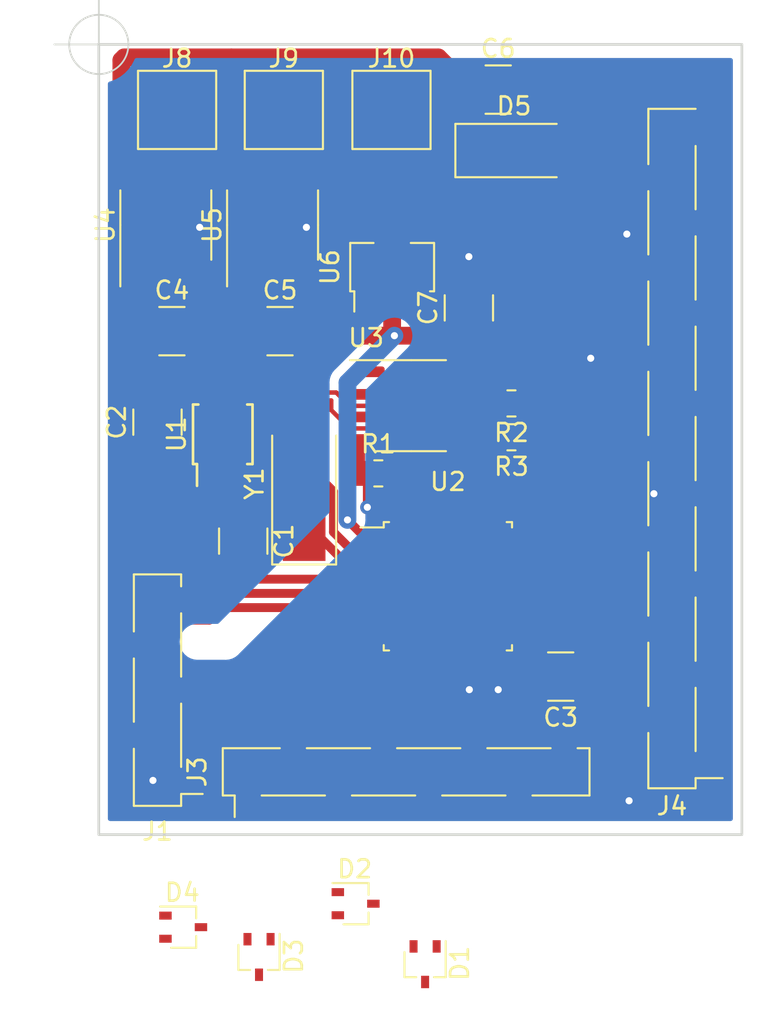
<source format=kicad_pcb>
(kicad_pcb (version 20221018) (generator pcbnew)

  (general
    (thickness 1.6)
  )

  (paper "A4")
  (layers
    (0 "F.Cu" signal)
    (31 "B.Cu" signal)
    (32 "B.Adhes" user "B.Adhesive")
    (33 "F.Adhes" user "F.Adhesive")
    (34 "B.Paste" user)
    (35 "F.Paste" user)
    (36 "B.SilkS" user "B.Silkscreen")
    (37 "F.SilkS" user "F.Silkscreen")
    (38 "B.Mask" user)
    (39 "F.Mask" user)
    (40 "Dwgs.User" user "User.Drawings")
    (41 "Cmts.User" user "User.Comments")
    (42 "Eco1.User" user "User.Eco1")
    (43 "Eco2.User" user "User.Eco2")
    (44 "Edge.Cuts" user)
    (45 "Margin" user)
    (46 "B.CrtYd" user "B.Courtyard")
    (47 "F.CrtYd" user "F.Courtyard")
    (48 "B.Fab" user)
    (49 "F.Fab" user)
    (50 "User.1" user)
    (51 "User.2" user)
    (52 "User.3" user)
    (53 "User.4" user)
    (54 "User.5" user)
    (55 "User.6" user)
    (56 "User.7" user)
    (57 "User.8" user)
    (58 "User.9" user)
  )

  (setup
    (stackup
      (layer "F.SilkS" (type "Top Silk Screen"))
      (layer "F.Paste" (type "Top Solder Paste"))
      (layer "F.Mask" (type "Top Solder Mask") (thickness 0.01))
      (layer "F.Cu" (type "copper") (thickness 0.035))
      (layer "dielectric 1" (type "core") (thickness 1.51) (material "FR4") (epsilon_r 4.5) (loss_tangent 0.02))
      (layer "B.Cu" (type "copper") (thickness 0.035))
      (layer "B.Mask" (type "Bottom Solder Mask") (thickness 0.01))
      (layer "B.Paste" (type "Bottom Solder Paste"))
      (layer "B.SilkS" (type "Bottom Silk Screen"))
      (copper_finish "None")
      (dielectric_constraints no)
    )
    (pad_to_mask_clearance 0)
    (pcbplotparams
      (layerselection 0x00010fc_ffffffff)
      (plot_on_all_layers_selection 0x0000000_00000000)
      (disableapertmacros false)
      (usegerberextensions true)
      (usegerberattributes false)
      (usegerberadvancedattributes false)
      (creategerberjobfile false)
      (dashed_line_dash_ratio 12.000000)
      (dashed_line_gap_ratio 3.000000)
      (svgprecision 6)
      (plotframeref false)
      (viasonmask false)
      (mode 1)
      (useauxorigin false)
      (hpglpennumber 1)
      (hpglpenspeed 20)
      (hpglpendiameter 15.000000)
      (dxfpolygonmode true)
      (dxfimperialunits true)
      (dxfusepcbnewfont true)
      (psnegative false)
      (psa4output false)
      (plotreference true)
      (plotvalue false)
      (plotinvisibletext false)
      (sketchpadsonfab false)
      (subtractmaskfromsilk true)
      (outputformat 1)
      (mirror false)
      (drillshape 0)
      (scaleselection 1)
      (outputdirectory "jlcpcb/")
    )
  )

  (net 0 "")
  (net 1 "Net-(C1-Pad1)")
  (net 2 "Net-(C1-Pad2)")
  (net 3 "VCC")
  (net 4 "GND")
  (net 5 "Net-(J1-Pad2)")
  (net 6 "+3.3V")
  (net 7 "unconnected-(U1-Pad3)")
  (net 8 "unconnected-(U1-Pad6)")
  (net 9 "Net-(U1-Pad9)")
  (net 10 "Net-(U2-Pad2)")
  (net 11 "Net-(U2-Pad3)")
  (net 12 "Net-(J9-Pad1)")
  (net 13 "Net-(R3-Pad2)")
  (net 14 "unconnected-(U2-Pad26)")
  (net 15 "unconnected-(U2-Pad27)")
  (net 16 "unconnected-(U2-Pad28)")
  (net 17 "unconnected-(U2-Pad29)")
  (net 18 "unconnected-(U4-Pad3)")
  (net 19 "Net-(J1-Pad3)")
  (net 20 "Net-(J1-Pad4)")
  (net 21 "Net-(J1-Pad5)")
  (net 22 "Net-(U1-Pad10)")
  (net 23 "Net-(R1-Pad2)")
  (net 24 "unconnected-(U3-Pad3)")
  (net 25 "unconnected-(U3-Pad1)")
  (net 26 "unconnected-(U3-Pad2)")
  (net 27 "Net-(R2-Pad2)")
  (net 28 "unconnected-(U3-Pad7)")
  (net 29 "unconnected-(U5-Pad3)")
  (net 30 "unconnected-(U2-Pad18)")
  (net 31 "Net-(D1-Pad3)")
  (net 32 "Net-(D2-Pad3)")
  (net 33 "Net-(D3-Pad3)")
  (net 34 "Net-(D4-Pad3)")
  (net 35 "Net-(D5-Pad2)")
  (net 36 "Net-(J8-Pad1)")
  (net 37 "Net-(J4-Pad3)")
  (net 38 "Net-(J4-Pad4)")
  (net 39 "Net-(J4-Pad5)")
  (net 40 "Net-(J4-Pad6)")
  (net 41 "Net-(J4-Pad8)")
  (net 42 "Net-(J4-Pad9)")
  (net 43 "Net-(U2-Pad13)")

  (footprint "Connector_PinSocket_2.54mm:PinSocket_1x08_P2.54mm_Vertical_SMD_Pin1Left" (layer "F.Cu") (at 29.3624 52.9844 90))

  (footprint "Resistor_SMD:R_0805_2012Metric_Pad1.20x1.40mm_HandSolder" (layer "F.Cu") (at 35.29 34.163 180))

  (footprint "Capacitor_SMD:C_1210_3225Metric_Pad1.33x2.70mm_HandSolder" (layer "F.Cu") (at 16.179 28.194))

  (footprint "Package_TO_SOT_SMD:SOT-89-3" (layer "F.Cu") (at 28.575 24.892 90))

  (footprint "Capacitor_SMD:C_1210_3225Metric_Pad1.33x2.70mm_HandSolder" (layer "F.Cu") (at 34.544 14.605))

  (footprint "Package_QFP:LQFP-32_7x7mm_P0.8mm" (layer "F.Cu") (at 31.7115 42.545))

  (footprint "Package_SO:MSOP-10_3x3mm_P0.5mm" (layer "F.Cu") (at 19.042 33.995 90))

  (footprint "Capacitor_SMD:C_1210_3225Metric_Pad1.33x2.70mm_HandSolder" (layer "F.Cu") (at 22.2635 28.194))

  (footprint "Resistor_SMD:R_0805_2012Metric_Pad1.20x1.40mm_HandSolder" (layer "F.Cu") (at 35.29 32.258 180))

  (footprint "Package_TO_SOT_SMD:SOT-323_SC-70" (layer "F.Cu") (at 16.8148 61.722))

  (footprint "Connector_PinSocket_2.54mm:PinSocket_1x05_P2.54mm_Vertical_SMD_Pin1Left" (layer "F.Cu") (at 15.368 48.387 180))

  (footprint "Capacitor_SMD:C_1210_3225Metric_Pad1.33x2.70mm_HandSolder" (layer "F.Cu") (at 20.193 40.005 -90))

  (footprint "Capacitor_SMD:C_1210_3225Metric_Pad1.33x2.70mm_HandSolder" (layer "F.Cu") (at 38.0615 47.625 180))

  (footprint "Capacitor_SMD:C_1210_3225Metric_Pad1.33x2.70mm_HandSolder" (layer "F.Cu") (at 32.893 26.8855 90))

  (footprint "Package_SO:SOIC-8_3.9x4.9mm_P1.27mm" (layer "F.Cu") (at 15.8365 22.225 90))

  (footprint "Package_SO:SOIC-8_3.9x4.9mm_P1.27mm" (layer "F.Cu") (at 29.653 32.385))

  (footprint "Resistor_SMD:R_0805_2012Metric_Pad1.20x1.40mm_HandSolder" (layer "F.Cu") (at 27.797 36.195))

  (footprint "Capacitor_SMD:C_1210_3225Metric_Pad1.33x2.70mm_HandSolder" (layer "F.Cu") (at 15.367 33.3125 90))

  (footprint "TestPoint:TestPoint_Pad_4.0x4.0mm" (layer "F.Cu") (at 28.5365 15.748))

  (footprint "Package_TO_SOT_SMD:SOT-323_SC-70" (layer "F.Cu") (at 30.4292 63.8048 -90))

  (footprint "TestPoint:TestPoint_Pad_4.0x4.0mm" (layer "F.Cu") (at 16.4715 15.748))

  (footprint "Package_TO_SOT_SMD:SOT-323_SC-70" (layer "F.Cu") (at 21.082 63.3984 -90))

  (footprint "Diode_SMD:D_MELF" (layer "F.Cu") (at 35.433 18.034))

  (footprint "Package_TO_SOT_SMD:SOT-323_SC-70" (layer "F.Cu") (at 26.5176 60.4012))

  (footprint "Package_SO:SOIC-8_3.9x4.9mm_P1.27mm" (layer "F.Cu") (at 21.844 22.225 90))

  (footprint "TestPoint:TestPoint_Pad_4.0x4.0mm" (layer "F.Cu") (at 22.479 15.748))

  (footprint "Crystal:Crystal_SMD_5032-2Pin_5.0x3.2mm_HandSoldering" (layer "F.Cu") (at 23.622 36.77 90))

  (footprint "Connector_PinHeader_2.54mm:PinHeader_1x15_P2.54mm_Vertical_SMD_Pin1Left" (layer "F.Cu") (at 44.323 34.798 180))

  (gr_poly
    (pts
      (xy 38.146239 23.427641)
      (xy 38.165194 23.429086)
      (xy 38.183877 23.431466)
      (xy 38.202264 23.434758)
      (xy 38.220331 23.438936)
      (xy 38.238056 23.443979)
      (xy 38.255413 23.449861)
      (xy 38.272379 23.45656)
      (xy 38.288931 23.464052)
      (xy 38.305045 23.472313)
      (xy 38.320698 23.481319)
      (xy 38.335865 23.491048)
      (xy 38.350523 23.501474)
      (xy 38.364648 23.512575)
      (xy 38.378217 23.524327)
      (xy 38.391206 23.536706)
      (xy 38.403591 23.549689)
      (xy 38.415349 23.563251)
      (xy 38.426456 23.57737)
      (xy 38.436888 23.592021)
      (xy 38.446622 23.607182)
      (xy 38.455633 23.622827)
      (xy 38.463899 23.638935)
      (xy 38.471395 23.65548)
      (xy 38.478098 23.67244)
      (xy 38.483985 23.68979)
      (xy 38.489031 23.707507)
      (xy 38.493212 23.725568)
      (xy 38.496506 23.743949)
      (xy 38.498889 23.762625)
      (xy 38.500336 23.781574)
      (xy 38.500825 23.800772)
      (xy 38.500337 23.819972)
      (xy 38.498891 23.838923)
      (xy 38.496509 23.857601)
      (xy 38.493216 23.875983)
      (xy 38.489035 23.894045)
      (xy 38.483989 23.911763)
      (xy 38.478103 23.929114)
      (xy 38.471401 23.946075)
      (xy 38.463904 23.96262)
      (xy 38.455639 23.978728)
      (xy 38.446627 23.994373)
      (xy 38.436894 24.009534)
      (xy 38.426462 24.024185)
      (xy 38.415355 24.038303)
      (xy 38.403597 24.051865)
      (xy 38.391211 24.064848)
      (xy 38.378222 24.077226)
      (xy 38.364652 24.088977)
      (xy 38.350527 24.100077)
      (xy 38.335868 24.110503)
      (xy 38.320701 24.12023)
      (xy 38.305048 24.129236)
      (xy 38.288933 24.137496)
      (xy 38.272381 24.144987)
      (xy 38.255414 24.151685)
      (xy 38.238057 24.157567)
      (xy 38.220332 24.162609)
      (xy 38.202265 24.166787)
      (xy 38.183877 24.170078)
      (xy 38.165194 24.172458)
      (xy 38.146239 24.173903)
      (xy 38.127035 24.17439)
      (xy 38.107844 24.173903)
      (xy 38.088901 24.172458)
      (xy 38.070229 24.170078)
      (xy 38.051853 24.166787)
      (xy 38.033795 24.162609)
      (xy 38.01608 24.157567)
      (xy 37.998731 24.151685)
      (xy 37.981772 24.144987)
      (xy 37.965227 24.137496)
      (xy 37.949119 24.129236)
      (xy 37.933473 24.12023)
      (xy 37.918311 24.110503)
      (xy 37.903657 24.100077)
      (xy 37.889536 24.088977)
      (xy 37.875971 24.077226)
      (xy 37.862985 24.064848)
      (xy 37.850603 24.051865)
      (xy 37.838848 24.038303)
      (xy 37.827743 24.024185)
      (xy 37.817313 24.009534)
      (xy 37.807581 23.994373)
      (xy 37.798571 23.978728)
      (xy 37.790307 23.96262)
      (xy 37.782812 23.946075)
      (xy 37.77611 23.929114)
      (xy 37.770224 23.911763)
      (xy 37.765179 23.894045)
      (xy 37.760998 23.875983)
      (xy 37.757705 23.857601)
      (xy 37.755324 23.838923)
      (xy 37.753877 23.819972)
      (xy 37.753392 23.800864)
      (xy 37.967702 23.800864)
      (xy 37.96791 23.80905)
      (xy 37.968528 23.817129)
      (xy 37.969544 23.825092)
      (xy 37.970949 23.832929)
      (xy 37.972733 23.840629)
      (xy 37.974886 23.848182)
      (xy 37.977397 23.85558)
      (xy 37.980257 23.86281)
      (xy 37.983454 23.869864)
      (xy 37.98698 23.876731)
      (xy 37.990824 23.883401)
      (xy 37.994976 23.889864)
      (xy 37.999425 23.89611)
      (xy 38.004162 23.902128)
      (xy 38.009176 23.90791)
      (xy 38.014458 23.913445)
      (xy 38.019996 23.918722)
      (xy 38.025782 23.923731)
      (xy 38.031804 23.928463)
      (xy 38.038054 23.932908)
      (xy 38.044519 23.937055)
      (xy 38.051191 23.940894)
      (xy 38.05806 23.944415)
      (xy 38.065114 23.947609)
      (xy 38.072345 23.950464)
      (xy 38.079741 23.952972)
      (xy 38.087293 23.955121)
      (xy 38.094991 23.956902)
      (xy 38.102824 23.958305)
      (xy 38.110783 23.95932)
      (xy 38.118856 23.959936)
      (xy 38.127035 23.960143)
      (xy 38.135238 23.959936)
      (xy 38.143334 23.95932)
      (xy 38.151313 23.958305)
      (xy 38.159164 23.956902)
      (xy 38.166878 23.955121)
      (xy 38.174445 23.952972)
      (xy 38.181854 23.950464)
      (xy 38.189095 23.947609)
      (xy 38.196159 23.944415)
      (xy 38.203035 23.940894)
      (xy 38.209714 23.937055)
      (xy 38.216184 23.932908)
      (xy 38.222438 23.928463)
      (xy 38.228463 23.923731)
      (xy 38.23425 23.918722)
      (xy 38.23979 23.913445)
      (xy 38.245072 23.90791)
      (xy 38.250086 23.902128)
      (xy 38.254822 23.89611)
      (xy 38.259269 23.889864)
      (xy 38.263419 23.8834)
      (xy 38.267261 23.87673)
      (xy 38.270785 23.869864)
      (xy 38.27398 23.86281)
      (xy 38.276837 23.855579)
      (xy 38.279346 23.848182)
      (xy 38.281497 23.840629)
      (xy 38.28328 23.832929)
      (xy 38.284684 23.825092)
      (xy 38.2857 23.817129)
      (xy 38.286317 23.80905)
      (xy 38.286526 23.800864)
      (xy 38.286318 23.792673)
      (xy 38.2857 23.784588)
      (xy 38.284684 23.77662)
      (xy 38.283278 23.768779)
      (xy 38.281494 23.761074)
      (xy 38.27934 23.753517)
      (xy 38.276828 23.746116)
      (xy 38.273967 23.738883)
      (xy 38.270768 23.731826)
      (xy 38.26724 23.724957)
      (xy 38.263395 23.718284)
      (xy 38.259241 23.711819)
      (xy 38.254789 23.705572)
      (xy 38.250049 23.699551)
      (xy 38.245031 23.693768)
      (xy 38.239746 23.688233)
      (xy 38.234203 23.682955)
      (xy 38.228412 23.677945)
      (xy 38.222385 23.673212)
      (xy 38.21613 23.668767)
      (xy 38.209658 23.66462)
      (xy 38.202979 23.660781)
      (xy 38.196104 23.657259)
      (xy 38.189041 23.654066)
      (xy 38.181802 23.65121)
      (xy 38.174397 23.648703)
      (xy 38.166835 23.646554)
      (xy 38.159127 23.644773)
      (xy 38.151283 23.64337)
      (xy 38.143313 23.642356)
      (xy 38.135227 23.64174)
      (xy 38.127035 23.641532)
      (xy 38.118856 23.64174)
      (xy 38.110783 23.642356)
      (xy 38.102824 23.64337)
      (xy 38.094991 23.644773)
      (xy 38.087293 23.646554)
      (xy 38.079741 23.648703)
      (xy 38.072345 23.65121)
      (xy 38.065114 23.654066)
      (xy 38.05806 23.657259)
      (xy 38.051191 23.660781)
      (xy 38.044519 23.66462)
      (xy 38.038054 23.668767)
      (xy 38.031804 23.673212)
      (xy 38.025782 23.677945)
      (xy 38.019996 23.682955)
      (xy 38.014458 23.688233)
      (xy 38.009176 23.693768)
      (xy 38.004162 23.699551)
      (xy 37.999425 23.705572)
      (xy 37.994976 23.711819)
      (xy 37.990824 23.718284)
      (xy 37.98698 23.724957)
      (xy 37.983454 23.731826)
      (xy 37.980257 23.738883)
      (xy 37.977397 23.746116)
      (xy 37.974886 23.753517)
      (xy 37.972733 23.761074)
      (xy 37.970949 23.768779)
      (xy 37.969544 23.77662)
      (xy 37.968528 23.784588)
      (xy 37.96791 23.792673)
      (xy 37.967702 23.800864)
      (xy 37.753392 23.800864)
      (xy 37.75339 23.800772)
      (xy 37.753877 23.781574)
      (xy 37.755323 23.762625)
      (xy 37.757704 23.743949)
      (xy 37.760996 23.725568)
      (xy 37.765175 23.707508)
      (xy 37.770219 23.68979)
      (xy 37.776102 23.67244)
      (xy 37.782802 23.65548)
      (xy 37.790296 23.638935)
      (xy 37.798558 23.622828)
      (xy 37.807566 23.607182)
      (xy 37.817296 23.592021)
      (xy 37.827724 23.57737)
      (xy 37.838826 23.563251)
      (xy 37.85058 23.549689)
      (xy 37.862961 23.536706)
      (xy 37.875945 23.524327)
      (xy 37.889509 23.512575)
      (xy 37.903629 23.501474)
      (xy 37.918282 23.491048)
      (xy 37.933443 23.481319)
      (xy 37.94909 23.472313)
      (xy 37.965198 23.464052)
      (xy 37.981744 23.45656)
      (xy 37.998705 23.449861)
      (xy 38.016055 23.443979)
      (xy 38.033773 23.438936)
      (xy 38.051834 23.434758)
      (xy 38.070214 23.431466)
      (xy 38.08889 23.429086)
      (xy 38.107838 23.427641)
      (xy 38.127035 23.427154)
    )

    (stroke (width 0.01) (type solid)) (fill solid) (layer "F.Cu") (tstamp 19d5be3a-96dd-4399-9483-d8e466771ec5))
  (gr_poly
    (pts
      (xy 35.393796 21.499418)
      (xy 35.398215 21.499758)
      (xy 35.402605 21.50028)
      (xy 35.406961 21.500982)
      (xy 35.411276 21.501861)
      (xy 35.415546 21.502916)
      (xy 35.419764 21.504144)
      (xy 35.423927 21.505541)
      (xy 35.428027 21.507107)
      (xy 35.43206 21.508839)
      (xy 35.43602 21.510733)
      (xy 35.439902 21.512788)
      (xy 35.443701 21.515001)
      (xy 35.44741 21.51737)
      (xy 35.451025 21.519893)
      (xy 35.45454 21.522567)
      (xy 35.45795 21.525389)
      (xy 35.461249 21.528357)
      (xy 35.464432 21.53147)
      (xy 35.467493 21.534723)
      (xy 35.470427 21.538116)
      (xy 35.473228 21.541645)
      (xy 35.475892 21.545308)
      (xy 35.478412 21.549103)
      (xy 35.480783 21.553027)
      (xy 35.483001 21.557079)
      (xy 35.965138 22.485422)
      (xy 36.488536 22.484681)
      (xy 37.381435 22.485304)
      (xy 37.980575 22.486902)
      (xy 38.344963 22.489074)
      (xy 38.533607 22.491415)
      (xy 39.056979 21.625103)
      (xy 39.061927 21.617638)
      (xy 39.067407 21.610693)
      (xy 39.07338 21.604284)
      (xy 39.079804 21.598428)
      (xy 39.086639 21.593141)
      (xy 39.093846 21.58844)
      (xy 39.101383 21.584341)
      (xy 39.109211 21.580861)
      (xy 39.117289 21.578017)
      (xy 39.125577 21.575824)
      (xy 39.134035 21.574299)
      (xy 39.142622 21.57346)
      (xy 39.151298 21.573321)
      (xy 39.160023 21.573901)
      (xy 39.168756 21.575215)
      (xy 39.177457 21.57728)
      (xy 39.181764 21.578578)
      (xy 39.185984 21.580043)
      (xy 39.190114 21.581671)
      (xy 39.19415 21.583458)
      (xy 39.201929 21.587491)
      (xy 39.209294 21.592107)
      (xy 39.21622 21.597272)
      (xy 39.22268 21.602952)
      (xy 39.228649 21.609113)
      (xy 39.2341 21.61572)
      (xy 39.239007 21.622739)
      (xy 39.243345 21.630136)
      (xy 39.247086 21.637877)
      (xy 39.250206 21.645927)
      (xy 39.252678 21.654251)
      (xy 39.254476 21.662817)
      (xy 39.255114 21.667179)
      (xy 39.255574 21.671589)
      (xy 39.255852 21.676042)
      (xy 39.255946 21.680533)
      (xy 39.255946 26.51144)
      (xy 39.255631 26.528513)
      (xy 39.254693 26.545423)
      (xy 39.253145 26.562162)
      (xy 39.250999 26.578719)
      (xy 39.248267 26.595085)
      (xy 39.244961 26.611251)
      (xy 39.241093 26.627206)
      (xy 39.236674 26.642942)
      (xy 39.231718 26.658447)
      (xy 39.226236 26.673713)
      (xy 39.22024 26.68873)
      (xy 39.213742 26.703488)
      (xy 39.206754 26.717978)
      (xy 39.199289 26.73219)
      (xy 39.191358 26.746113)
      (xy 39.182974 26.759739)
      (xy 39.577402 26.759739)
      (xy 39.579343 26.759755)
      (xy 39.581288 26.759805)
      (xy 39.583233 26.759888)
      (xy 39.585177 26.760007)
      (xy 39.587117 26.760161)
      (xy 39.589051 26.760353)
      (xy 39.590977 26.760582)
      (xy 39.592893 26.76085)
      (xy 39.60285 26.761138)
      (xy 39.61352 26.760629)
      (xy 39.619931 26.759958)
      (xy 39.626928 26.758914)
      (xy 39.634411 26.757423)
      (xy 39.642282 26.755413)
      (xy 39.650441 26.752813)
      (xy 39.65879 26.749549)
      (xy 39.667229 26.745549)
      (xy 39.675659 26.740741)
      (xy 39.67984 26.738012)
      (xy 39.683982 26.735053)
      (xy 39.688072 26.731856)
      (xy 39.692098 26.728412)
      (xy 39.699701 26.720969)
      (xy 39.706839 26.712694)
      (xy 39.713509 26.703601)
      (xy 39.719707 26.693699)
      (xy 39.72543 26.683)
      (xy 39.730675 26.671516)
      (xy 39.735437 26.659257)
      (xy 39.739713 26.646235)
      (xy 39.7435 26.63246)
      (xy 39.746793 26.617945)
      (xy 39.74959 26.6027)
      (xy 39.751886 26.586737)
      (xy 39.753678 26.570067)
      (xy 39.754963 26.552701)
      (xy 39.755736 26.53465)
      (xy 39.755995 26.515925)
      (xy 39.755235 26.489525)
      (xy 39.753002 26.463467)
      (xy 39.749367 26.437676)
      (xy 39.7444 26.412079)
      (xy 39.738173 26.386601)
      (xy 39.730754 26.361168)
      (xy 39.722217 26.335706)
      (xy 39.71263 26.310141)
      (xy 39.702064 26.284399)
      (xy 39.690591 26.258405)
      (xy 39.665202 26.205368)
      (xy 39.63703 26.150436)
      (xy 39.606638 26.093016)
      (xy 39.561973 26.00809)
      (xy 39.516668 25.916991)
      (xy 39.472755 25.818572)
      (xy 39.451956 25.766258)
      (xy 39.432267 25.711684)
      (xy 39.413943 25.654705)
      (xy 39.397237 25.595178)
      (xy 39.382405 25.53296)
      (xy 39.369699 25.467906)
      (xy 39.359375 25.399875)
      (xy 39.351685 25.328721)
      (xy 39.346885 25.254301)
      (xy 39.345229 25.176473)
      (xy 39.346504 25.107641)
      (xy 39.350224 25.041567)
      (xy 39.35623 24.97821)
      (xy 39.364361 24.917531)
      (xy 39.374459 24.859489)
      (xy 39.386365 24.804046)
      (xy 39.399918 24.751162)
      (xy 39.414961 24.700796)
      (xy 39.431333 24.65291)
      (xy 39.448876 24.607463)
      (xy 39.467429 24.564416)
      (xy 39.486835 24.523728)
      (xy 39.506933 24.485362)
      (xy 39.527564 24.449276)
      (xy 39.548569 24.41543)
      (xy 39.569789 24.383786)
      (xy 39.591064 24.354304)
      (xy 39.612236 24.326943)
      (xy 39.633144 24.301665)
      (xy 39.653629 24.278429)
      (xy 39.692696 24.237925)
      (xy 39.728162 24.205115)
      (xy 39.758752 24.17968)
      (xy 39.783193 24.161303)
      (xy 39.808528 24.144453)
      (xy 39.813339 24.141764)
      (xy 39.818228 24.139348)
      (xy 39.823186 24.137202)
      (xy 39.828203 24.135324)
      (xy 39.833271 24.13371)
      (xy 39.838381 24.13236)
      (xy 39.843522 24.131271)
      (xy 39.848686 24.13044)
      (xy 39.853863 24.129866)
      (xy 39.859045 24.129545)
      (xy 39.864222 24.129476)
      (xy 39.869384 24.129656)
      (xy 39.874523 24.130083)
      (xy 39.879629 24.130754)
      (xy 39.884693 24.131668)
      (xy 39.889705 24.132823)
      (xy 39.894657 24.134214)
      (xy 39.89954 24.135842)
      (xy 39.904343 24.137702)
      (xy 39.909058 24.139794)
      (xy 39.913675 24.142114)
      (xy 39.918186 24.14466)
      (xy 39.922581 24.14743)
      (xy 39.92685 24.150422)
      (xy 39.930985 24.153634)
      (xy 39.934976 24.157062)
      (xy 39.938814 24.160706)
      (xy 39.94249 24.164561)
      (xy 39.945994 24.168627)
      (xy 39.949317 24.172901)
      (xy 39.952451 24.17738)
      (xy 39.955385 24.182063)
      (xy 39.958073 24.18688)
      (xy 39.960489 24.191774)
      (xy 39.962635 24.196736)
      (xy 39.964513 24.201758)
      (xy 39.966126 24.206829)
      (xy 39.967476 24.21194)
      (xy 39.968566 24.217083)
      (xy 39.969396 24.222248)
      (xy 39.969971 24.227426)
      (xy 39.970292 24.232608)
      (xy 39.970362 24.237784)
      (xy 39.970182 24.242945)
      (xy 39.969756 24.248082)
      (xy 39.969085 24.253186)
      (xy 39.968172 24.258247)
      (xy 39.96702 24.263257)
      (xy 39.965629 24.268206)
      (xy 39.964004 24.273084)
      (xy 39.962146 24.277884)
      (xy 39.960057 24.282594)
      (xy 39.95774 24.287207)
      (xy 39.955197 24.291713)
      (xy 39.95243 24.296102)
      (xy 39.949443 24.300366)
      (xy 39.946236 24.304496)
      (xy 39.942813 24.308481)
      (xy 39.939175 24.312313)
      (xy 39.935325 24.315983)
      (xy 39.931266 24.319481)
      (xy 39.926999 24.322799)
      (xy 39.922528 24.325926)
      (xy 39.917853 24.328854)
      (xy 39.898432 24.342278)
      (xy 39.855953 24.377627)
      (xy 39.828538 24.404228)
      (xy 39.798323 24.437156)
      (xy 39.766296 24.476693)
      (xy 39.733445 24.523121)
      (xy 39.700759 24.576722)
      (xy 39.669225 24.637779)
      (xy 39.639832 24.706573)
      (xy 39.613567 24.783386)
      (xy 39.591419 24.868501)
      (xy 39.582197 24.914259)
      (xy 39.574375 24.962199)
      (xy 39.568076 25.012355)
      (xy 39.563424 25.064762)
      (xy 39.560543 25.119456)
      (xy 39.559555 25.176473)
      (xy 39.560992 25.244484)
      (xy 39.565167 25.309497)
      (xy 39.571874 25.371668)
      (xy 39.580907 25.431153)
      (xy 39.592061 25.488108)
      (xy 39.605131 25.542689)
      (xy 39.619911 25.595052)
      (xy 39.636195 25.645354)
      (xy 39.653778 25.69375)
      (xy 39.672454 25.740396)
      (xy 39.692018 25.785449)
      (xy 39.712264 25.829065)
      (xy 39.753981 25.912609)
      (xy 39.795961 25.992275)
      (xy 39.829193 26.055214)
      (xy 39.861025 26.11781)
      (xy 39.890524 26.180591)
      (xy 39.904106 26.212216)
      (xy 39.916755 26.244086)
      (xy 39.928352 26.276266)
      (xy 39.938783 26.308824)
      (xy 39.947929 26.341824)
      (xy 39.955674 26.375333)
      (xy 39.961901 26.409417)
      (xy 39.966494 26.444142)
      (xy 39.969335 26.479574)
      (xy 39.970308 26.51578)
      (xy 39.969757 26.547061)
      (xy 39.968106 26.577329)
      (xy 39.965357 26.606578)
      (xy 39.961512 26.634803)
      (xy 39.956573 26.661999)
      (xy 39.950542 26.688162)
      (xy 39.943421 26.713286)
      (xy 39.935212 26.737367)
      (xy 39.925918 26.7604)
      (xy 39.91554 26.782379)
      (xy 39.904081 26.803301)
      (xy 39.891542 26.82316)
      (xy 39.877926 26.841952)
      (xy 39.863235 26.859671)
      (xy 39.84747 26.876312)
      (xy 39.830634 26.891872)
      (xy 39.82282 26.898415)
      (xy 39.814951 26.904615)
      (xy 39.799082 26.916022)
      (xy 39.783105 26.926166)
      (xy 39.767098 26.935115)
      (xy 39.751139 26.942942)
      (xy 39.735305 26.949716)
      (xy 39.719675 26.95551)
      (xy 39.704325 26.960392)
      (xy 39.689335 26.964436)
      (xy 39.674781 26.96771)
      (xy 39.660741 26.970286)
      (xy 39.647293 26.972235)
      (xy 39.634514 26.973628)
      (xy 39.622484 26.974535)
      (xy 39.611278 26.975028)
      (xy 39.600976 26.975176)
      (xy 39.596433 26.975148)
      (xy 39.592126 26.975067)
      (xy 39.588059 26.974942)
      (xy 39.584239 26.974781)
      (xy 39.580672 26.97459)
      (xy 39.577362 26.974378)
      (xy 39.571541 26.973919)
      (xy 35.743258 26.973919)
      (xy 35.719484 26.973316)
      (xy 35.69602 26.971526)
      (xy 35.672893 26.968578)
      (xy 35.650133 26.964503)
      (xy 35.62777 26.959328)
      (xy 35.605832 26.953084)
      (xy 35.584349 26.945799)
      (xy 35.56335 26.937504)
      (xy 35.542865 26.928227)
      (xy 35.522923 26.917997)
      (xy 35.503552 26.906844)
      (xy 35.484782 26.894798)
      (xy 35.466643 26.881887)
      (xy 35.449164 26.868141)
      (xy 35.432373 26.853589)
      (xy 35.416301 26.838261)
      (xy 35.400976 26.822185)
      (xy 35.386427 26.805391)
      (xy 35.372685 26.787909)
      (xy 35.359778 26.769767)
      (xy 35.347735 26.750996)
      (xy 35.336586 26.731624)
      (xy 35.32636 26.71168)
      (xy 35.317087 26.691194)
      (xy 35.308794 26.670195)
      (xy 35.301513 26.648713)
      (xy 35.295271 26.626777)
      (xy 35.290099 26.604416)
      (xy 35.286025 26.581659)
      (xy 35.283079 26.558536)
      (xy 35.28129 26.535076)
      (xy 35.280687 26.511308)
      (xy 35.280687 22.045354)
      (xy 35.494999 22.045354)
      (xy 35.494999 26.511388)
      (xy 35.495323 26.524142)
      (xy 35.496284 26.536732)
      (xy 35.497865 26.549141)
      (xy 35.500052 26.561353)
      (xy 35.502829 26.573353)
      (xy 35.50618 26.585126)
      (xy 35.510089 26.596655)
      (xy 35.514541 26.607924)
      (xy 35.519519 26.618919)
      (xy 35.525009 26.629623)
      (xy 35.530993 26.64002)
      (xy 35.537458 26.650095)
      (xy 35.544386 26.659831)
      (xy 35.551763 26.669215)
      (xy 35.559572 26.678228)
      (xy 35.567798 26.686857)
      (xy 35.576425 26.695084)
      (xy 35.585437 26.702895)
      (xy 35.594819 26.710273)
      (xy 35.604554 26.717203)
      (xy 35.614628 26.723669)
      (xy 35.625024 26.729655)
      (xy 35.635727 26.735146)
      (xy 35.64672 26.740126)
      (xy 35.657989 26.744579)
      (xy 35.669518 26.748489)
      (xy 35.68129 26.751841)
      (xy 35.69329 26.754618)
      (xy 35.705503 26.756806)
      (xy 35.717912 26.758388)
      (xy 35.730503 26.759349)
      (xy 35.743258 26.759673)
      (xy 37.380738 26.759673)
      (xy 37.380738 26.759753)
      (xy 38.793414 26.759753)
      (xy 38.80617 26.759429)
      (xy 38.818759 26.758468)
      (xy 38.831168 26.756886)
      (xy 38.84338 26.754698)
      (xy 38.85538 26.75192)
      (xy 38.867151 26.748568)
      (xy 38.878678 26.744658)
      (xy 38.889946 26.740205)
      (xy 38.900938 26.735225)
      (xy 38.911639 26.729734)
      (xy 38.922034 26.723748)
      (xy 38.932106 26.717282)
      (xy 38.941839 26.710351)
      (xy 38.951219 26.702973)
      (xy 38.96023 26.695162)
      (xy 38.968855 26.686934)
      (xy 38.977079 26.678306)
      (xy 38.984886 26.669292)
      (xy 38.992261 26.659908)
      (xy 38.999187 26.650171)
      (xy 39.00565 26.640095)
      (xy 39.011633 26.629697)
      (xy 39.017121 26.618993)
      (xy 39.022098 26.607998)
      (xy 39.026548 26.596728)
      (xy 39.030456 26.585198)
      (xy 39.033806 26.573425)
      (xy 39.036582 26.561423)
      (xy 39.038768 26.54921)
      (xy 39.040349 26.5368)
      (xy 39.04131 26.52421)
      (xy 39.041633 26.511454)
      (xy 39.041633 22.065131)
      (xy 38.68557 22.654557)
      (xy 38.681268 22.661115)
      (xy 38.676546 22.667273)
      (xy 38.671433 22.67302)
      (xy 38.665958 22.678347)
      (xy 38.660148 22.683243)
      (xy 38.654033 22.687698)
      (xy 38.64764 22.6917)
      (xy 38.640998 22.69524)
      (xy 38.634136 22.698307)
      (xy 38.627081 22.700891)
      (xy 38.619863 22.702981)
      (xy 38.612511 22.704567)
      (xy 38.605051 22.705638)
      (xy 38.597513 22.706185)
      (xy 38.589925 22.706196)
      (xy 38.582317 22.705661)
      (xy 37.813125 22.700794)
      (xy 36.488536 22.698994)
      (xy 36.05706 22.699394)
      (xy 35.907128 22.700211)
      (xy 35.903319 22.700369)
      (xy 35.899508 22.700385)
      (xy 35.8957 22.700261)
      (xy 35.891898 22.699999)
      (xy 35.888107 22.699599)
      (xy 35.884331 22.699063)
      (xy 35.880573 22.698394)
      (xy 35.87684 22.697592)
      (xy 35.873134 22.696659)
      (xy 35.869459 22.695597)
      (xy 35.865821 22.694407)
      (xy 35.862223 22.693091)
      (xy 35.85867 22.691649)
      (xy 35.855165 22.690085)
      (xy 35.851714 22.688399)
      (xy 35.848319 22.686593)
      (xy 35.844986 22.684668)
      (xy 35.841719 22.682627)
      (xy 35.838521 22.68047)
      (xy 35.835398 22.678199)
      (xy 35.832353 22.675815)
      (xy 35.82939 22.673321)
      (xy 35.826515 22.670717)
      (xy 35.82373 22.668006)
      (xy 35.821041 22.665189)
      (xy 35.818451 22.662267)
      (xy 35.815964 22.659242)
      (xy 35.813586 22.656115)
      (xy 35.81132 22.652889)
      (xy 35.80917 22.649563)
      (xy 35.807141 22.646142)
      (xy 35.805237 22.642624)
      (xy 35.494999 22.045354)
      (xy 35.280687 22.045354)
      (xy 35.280687 21.606437)
      (xy 35.280785 21.601829)
      (xy 35.281078 21.597263)
      (xy 35.281561 21.592743)
      (xy 35.282232 21.588274)
      (xy 35.283086 21.58386)
      (xy 35.28412 21.579507)
      (xy 35.285331 21.575218)
      (xy 35.286715 21.570998)
      (xy 35.288267 21.566853)
      (xy 35.289986 21.562785)
      (xy 35.291867 21.5588)
      (xy 35.293906 21.554903)
      (xy 35.296101 21.551098)
      (xy 35.298447 21.547389)
      (xy 35.30094 21.543781)
      (xy 35.303578 21.540279)
      (xy 35.306357 21.536888)
      (xy 35.309273 21.533611)
      (xy 35.312322 21.530453)
      (xy 35.315502 21.52742)
      (xy 35.318808 21.524515)
      (xy 35.322237 21.521743)
      (xy 35.325785 21.519109)
      (xy 35.329449 21.516617)
      (xy 35.333224 21.514272)
      (xy 35.337109 21.512078)
      (xy 35.341099 21.51004)
      (xy 35.345189 21.508163)
      (xy 35.349378 21.506451)
      (xy 35.353661 21.504908)
      (xy 35.358035 21.503539)
      (xy 35.362496 21.50235)
      (xy 35.366968 21.501345)
      (xy 35.371449 21.50054)
      (xy 35.375934 21.499931)
      (xy 35.380416 21.499517)
      (xy 35.384891 21.499295)
      (xy 35.389352 21.499263)
    )

    (stroke (width 0.01) (type solid)) (fill solid) (layer "F.Cu") (tstamp 34b18d42-ace9-46e3-8481-dae249e16f41))
  (gr_poly
    (pts
      (xy 37.461312 24.390786)
      (xy 37.466753 24.391199)
      (xy 37.472114 24.391879)
      (xy 37.477389 24.392819)
      (xy 37.482572 24.394013)
      (xy 37.487656 24.395454)
      (xy 37.492634 24.397136)
      (xy 37.4975 24.399051)
      (xy 37.502245 24.401193)
      (xy 37.506865 24.403556)
      (xy 37.511352 24.406132)
      (xy 37.515699 24.408915)
      (xy 37.5199 24.411898)
      (xy 37.523948 24.415075)
      (xy 37.527836 24.418439)
      (xy 37.531557 24.421983)
      (xy 37.535105 24.425701)
      (xy 37.538473 24.429586)
      (xy 37.541654 24.43363)
      (xy 37.544641 24.437829)
      (xy 37.547429 24.442174)
      (xy 37.550009 24.446659)
      (xy 37.552375 24.451278)
      (xy 37.554521 24.456023)
      (xy 37.55644 24.460889)
      (xy 37.558125 24.465868)
      (xy 37.559569 24.470954)
      (xy 37.560766 24.47614)
      (xy 37.561708 24.481419)
      (xy 37.56239 24.486785)
      (xy 37.562804 24.492231)
      (xy 37.562943 24.49775)
      (xy 37.562804 24.50327)
      (xy 37.56239 24.508716)
      (xy 37.561708 24.514083)
      (xy 37.560765 24.519363)
      (xy 37.559568 24.52455)
      (xy 37.558124 24.529638)
      (xy 37.556439 24.534618)
      (xy 37.554519 24.539486)
      (xy 37.552373 24.544233)
      (xy 37.550006 24.548854)
      (xy 37.547425 24.553341)
      (xy 37.544637 24.557689)
      (xy 37.541649 24.561889)
      (xy 37.538467 24.565936)
      (xy 37.535099 24.569823)
      (xy 37.53155 24.573544)
      (xy 37.527828 24.57709)
      (xy 37.52394 24.580457)
      (xy 37.519891 24.583636)
      (xy 37.51569 24.586622)
      (xy 37.511342 24.589407)
      (xy 37.506855 24.591985)
      (xy 37.502235 24.59435)
      (xy 37.497488 24.596494)
      (xy 37.492623 24.598411)
      (xy 37.487644 24.600094)
      (xy 37.48256 24.601537)
      (xy 37.477377 24.602732)
      (xy 37.472101 24.603673)
      (xy 37.466739 24.604354)
      (xy 37.461299 24.604767)
      (xy 37.455787 24.604907)
      (xy 37.37665 24.604907)
      (xy 37.367998 24.753788)
      (xy 37.367563 24.759086)
      (xy 37.366876 24.764302)
      (xy 37.365945 24.769432)
      (xy 37.364776 24.774469)
      (xy 37.363374 24.779408)
      (xy 37.361747 24.784242)
      (xy 37.3599 24.788967)
      (xy 37.357841 24.793577)
      (xy 37.355575 24.798065)
      (xy 37.353109 24.802426)
      (xy 37.350449 24.806655)
      (xy 37.347602 24.810745)
      (xy 37.344574 24.814692)
      (xy 37.341371 24.818489)
      (xy 37.338 24.82213)
      (xy 37.334467 24.82561)
      (xy 37.330778 24.828924)
      (xy 37.326941 24.832065)
      (xy 37.32296 24.835028)
      (xy 37.318843 24.837807)
      (xy 37.314596 24.840397)
      (xy 37.310226 24.842791)
      (xy 37.305738 24.844984)
      (xy 37.301139 24.846971)
      (xy 37.296435 24.848745)
      (xy 37.291634 24.850301)
      (xy 37.28674 24.851634)
      (xy 37.281762 24.852737)
      (xy 37.276704 24.853604)
      (xy 37.271573 24.854231)
      (xy 37.266376 24.854612)
      (xy 37.261119 24.85474)
      (xy 37.259561 24.854726)
      (xy 37.257987 24.854692)
      (xy 37.254835 24.854594)
      (xy 37.249341 24.854129)
      (xy 37.243934 24.853396)
      (xy 37.238621 24.8524)
      (xy 37.233409 24.85115)
      (xy 37.228304 24.849651)
      (xy 37.223311 24.847912)
      (xy 37.218439 24.845939)
      (xy 37.213692 24.843739)
      (xy 37.209078 24.841319)
      (xy 37.204603 24.838687)
      (xy 37.200272 24.83585)
      (xy 37.196093 24.832814)
      (xy 37.192072 24.829588)
      (xy 37.188216 24.826177)
      (xy 37.184529 24.822588)
      (xy 37.18102 24.81883)
      (xy 37.177694 24.814909)
      (xy 37.174558 24.810833)
      (xy 37.171618 24.806607)
      (xy 37.16888 24.80224)
      (xy 37.166351 24.797738)
      (xy 37.164037 24.793109)
      (xy 37.161945 24.788359)
      (xy 37.16008 24.783497)
      (xy 37.15845 24.778528)
      (xy 37.157061 24.773459)
      (xy 37.155918 24.768299)
      (xy 37.15503 24.763054)
      (xy 37.1544 24.757731)
      (xy 37.154037 24.752337)
      (xy 37.153947 24.746879)
      (xy 37.154135 24.741365)
      (xy 37.162059 24.604973)
      (xy 37.080753 24.604973)
      (xy 37.075243 24.604833)
      (xy 37.069804 24.60442)
      (xy 37.064445 24.603739)
      (xy 37.05917 24.602797)
      (xy 37.053988 24.601602)
      (xy 37.048904 24.600159)
      (xy 37.043926 24.598475)
      (xy 37.03906 24.596558)
      (xy 37.034314 24.594413)
      (xy 37.029693 24.592048)
      (xy 37.025206 24.589469)
      (xy 37.020857 24.586684)
      (xy 37.016655 24.583697)
      (xy 37.012606 24.580517)
      (xy 37.008716 24.57715)
      (xy 37.004993 24.573603)
      (xy 37.001443 24.569882)
      (xy 36.998073 24.565995)
      (xy 36.99489 24.561947)
      (xy 36.991901 24.557746)
      (xy 36.989111 24.553398)
      (xy 36.986529 24.54891)
      (xy 36.984161 24.544288)
      (xy 36.982013 24.53954)
      (xy 36.980093 24.534673)
      (xy 36.978406 24.529692)
      (xy 36.976961 24.524604)
      (xy 36.975763 24.519417)
      (xy 36.97482 24.514136)
      (xy 36.974137 24.508769)
      (xy 36.973723 24.503323)
      (xy 36.973584 24.497803)
      (xy 36.973723 24.492285)
      (xy 36.974137 24.48684)
      (xy 36.97482 24.481474)
      (xy 36.975763 24.476194)
      (xy 36.976961 24.471008)
      (xy 36.978406 24.465921)
      (xy 36.980093 24.460941)
      (xy 36.982013 24.456074)
      (xy 36.984161 24.451326)
      (xy 36.986529 24.446706)
      (xy 36.989111 24.442218)
      (xy 36.991901 24.437871)
      (xy 36.99489 24.43367)
      (xy 36.998073 24.429623)
      (xy 37.001443 24.425735)
      (xy 37.004993 24.422015)
      (xy 37.008716 24.418468)
      (xy 37.012606 24.415101)
      (xy 37.016655 24.411922)
      (xy 37.020857 24.408935)
      (xy 37.025206 24.40615)
      (xy 37.029693 24.403571)
      (xy 37.034314 24.401206)
      (xy 37.03906 24.399061)
      (xy 37.043926 24.397144)
      (xy 37.048904 24.39546)
      (xy 37.053988 24.394018)
      (xy 37.05917 24.392822)
      (xy 37.064445 24.39188)
      (xy 37.069804 24.3912)
      (xy 37.075243 24.390786)
      (xy 37.080753 24.390647)
      (xy 37.4558 24.390647)
    )

    (stroke (width 0.01) (type solid)) (fill solid) (layer "F.Cu") (tstamp 4b469c01-05bd-480b-816b-6db7aa341b9b))
  (gr_poly
    (pts
      (xy 36.428665 23.427641)
      (xy 36.447616 23.429086)
      (xy 36.466295 23.431466)
      (xy 36.484677 23.434758)
      (xy 36.502739 23.438936)
      (xy 36.520457 23.443979)
      (xy 36.537808 23.449861)
      (xy 36.554768 23.45656)
      (xy 36.571314 23.464052)
      (xy 36.587421 23.472313)
      (xy 36.603067 23.481319)
      (xy 36.618227 23.491048)
      (xy 36.632879 23.501474)
      (xy 36.646997 23.512575)
      (xy 36.660559 23.524327)
      (xy 36.673541 23.536706)
      (xy 36.68592 23.549689)
      (xy 36.697671 23.563251)
      (xy 36.708771 23.57737)
      (xy 36.719197 23.592021)
      (xy 36.728924 23.607182)
      (xy 36.73793 23.622827)
      (xy 36.74619 23.638935)
      (xy 36.753681 23.65548)
      (xy 36.760379 23.67244)
      (xy 36.766261 23.68979)
      (xy 36.771303 23.707507)
      (xy 36.775481 23.725568)
      (xy 36.778772 23.743949)
      (xy 36.781151 23.762625)
      (xy 36.782597 23.781574)
      (xy 36.783084 23.800772)
      (xy 36.782596 23.819972)
      (xy 36.781151 23.838923)
      (xy 36.77877 23.857601)
      (xy 36.775478 23.875983)
      (xy 36.771299 23.894045)
      (xy 36.766255 23.911763)
      (xy 36.760372 23.929114)
      (xy 36.753672 23.946075)
      (xy 36.746179 23.96262)
      (xy 36.737916 23.978728)
      (xy 36.728909 23.994373)
      (xy 36.719179 24.009534)
      (xy 36.708752 24.024185)
      (xy 36.697649 24.038303)
      (xy 36.685896 24.051865)
      (xy 36.673516 24.064848)
      (xy 36.660533 24.077226)
      (xy 36.64697 24.088977)
      (xy 36.63285 24.100077)
      (xy 36.618198 24.110503)
      (xy 36.603038 24.12023)
      (xy 36.587392 24.129236)
      (xy 36.571285 24.137496)
      (xy 36.55474 24.144987)
      (xy 36.537782 24.151685)
      (xy 36.520432 24.157567)
      (xy 36.502716 24.162609)
      (xy 36.484658 24.166787)
      (xy 36.466279 24.170078)
      (xy 36.447606 24.172458)
      (xy 36.42866 24.173903)
      (xy 36.409465 24.17439)
      (xy 36.390275 24.173903)
      (xy 36.371332 24.172458)
      (xy 36.352661 24.170078)
      (xy 36.334285 24.166787)
      (xy 36.316228 24.162609)
      (xy 36.298513 24.157567)
      (xy 36.281165 24.151685)
      (xy 36.264207 24.144987)
      (xy 36.247663 24.137496)
      (xy 36.231556 24.129236)
      (xy 36.215911 24.12023)
      (xy 36.20075 24.110503)
      (xy 36.186098 24.100077)
      (xy 36.171978 24.088977)
      (xy 36.158414 24.077226)
      (xy 36.145429 24.064848)
      (xy 36.133048 24.051865)
      (xy 36.121294 24.038303)
      (xy 36.110191 24.024185)
      (xy 36.099762 24.009534)
      (xy 36.090032 23.994373)
      (xy 36.081023 23.978728)
      (xy 36.072759 23.96262)
      (xy 36.065265 23.946075)
      (xy 36.058564 23.929114)
      (xy 36.052679 23.911763)
      (xy 36.047635 23.894045)
      (xy 36.043455 23.875983)
      (xy 36.040162 23.857601)
      (xy 36.037781 23.838923)
      (xy 36.036335 23.819972)
      (xy 36.03585 23.800864)
      (xy 36.25016 23.800864)
      (xy 36.250368 23.80905)
      (xy 36.250984 23.817129)
      (xy 36.252 23.825092)
      (xy 36.253404 23.832929)
      (xy 36.255186 23.840629)
      (xy 36.257337 23.848182)
      (xy 36.259847 23.85558)
      (xy 36.262704 23.86281)
      (xy 36.2659 23.869864)
      (xy 36.269423 23.876731)
      (xy 36.273265 23.883401)
      (xy 36.277414 23.889864)
      (xy 36.281861 23.89611)
      (xy 36.286596 23.902128)
      (xy 36.291608 23.90791)
      (xy 36.296887 23.913445)
      (xy 36.302423 23.918722)
      (xy 36.308207 23.923731)
      (xy 36.314228 23.928463)
      (xy 36.320475 23.932908)
      (xy 36.32694 23.937055)
      (xy 36.333611 23.940894)
      (xy 36.340478 23.944415)
      (xy 36.347533 23.947609)
      (xy 36.354763 23.950464)
      (xy 36.36216 23.952972)
      (xy 36.369713 23.955121)
      (xy 36.377412 23.956902)
      (xy 36.385246 23.958305)
      (xy 36.393207 23.95932)
      (xy 36.401283 23.959936)
      (xy 36.409465 23.960143)
      (xy 36.417653 23.959936)
      (xy 36.425735 23.95932)
      (xy 36.4337 23.958305)
      (xy 36.441538 23.956902)
      (xy 36.44924 23.955121)
      (xy 36.456796 23.952972)
      (xy 36.464194 23.950464)
      (xy 36.471426 23.947609)
      (xy 36.478481 23.944415)
      (xy 36.48535 23.940894)
      (xy 36.492021 23.937055)
      (xy 36.498485 23.932908)
      (xy 36.504732 23.928463)
      (xy 36.510751 23.923731)
      (xy 36.516534 23.918722)
      (xy 36.522069 23.913445)
      (xy 36.527347 23.90791)
      (xy 36.532357 23.902128)
      (xy 36.537089 23.89611)
      (xy 36.541534 23.889864)
      (xy 36.545681 23.8834)
      (xy 36.549521 23.87673)
      (xy 36.553042 23.869864)
      (xy 36.556236 23.86281)
      (xy 36.559092 23.855579)
      (xy 36.561599 23.848182)
      (xy 36.563749 23.840629)
      (xy 36.56553 23.832929)
      (xy 36.566933 23.825092)
      (xy 36.567947 23.817129)
      (xy 36.568564 23.80905)
      (xy 36.568771 23.800864)
      (xy 36.568563 23.792673)
      (xy 36.567947 23.784588)
      (xy 36.566931 23.77662)
      (xy 36.565527 23.768779)
      (xy 36.563745 23.761074)
      (xy 36.561594 23.753517)
      (xy 36.559084 23.746116)
      (xy 36.556227 23.738883)
      (xy 36.553031 23.731826)
      (xy 36.549508 23.724957)
      (xy 36.545666 23.718284)
      (xy 36.541517 23.711819)
      (xy 36.53707 23.705572)
      (xy 36.532335 23.699551)
      (xy 36.527323 23.693768)
      (xy 36.522044 23.688233)
      (xy 36.516508 23.682955)
      (xy 36.510724 23.677945)
      (xy 36.504703 23.673212)
      (xy 36.498456 23.668767)
      (xy 36.491991 23.66462)
      (xy 36.48532 23.660781)
      (xy 36.478453 23.657259)
      (xy 36.471398 23.654066)
      (xy 36.464168 23.65121)
      (xy 36.456771 23.648703)
      (xy 36.449218 23.646554)
      (xy 36.441519 23.644773)
      (xy 36.433685 23.64337)
      (xy 36.425724 23.642356)
      (xy 36.417647 23.64174)
      (xy 36.409465 23.641532)
      (xy 36.401283 23.64174)
      (xy 36.393207 23.642356)
      (xy 36.385246 23.64337)
      (xy 36.377412 23.644773)
      (xy 36.369713 23.646554)
      (xy 36.36216 23.648703)
      (xy 36.354763 23.65121)
      (xy 36.347533 23.654066)
      (xy 36.340478 23.657259)
      (xy 36.333611 23.660781)
      (xy 36.32694 23.66462)
      (xy 36.320475 23.668767)
      (xy 36.314228 23.673212)
      (xy 36.308207 23.677945)
      (xy 36.302423 23.682955)
      (xy 36.296887 23.688233)
      (xy 36.291608 23.693768)
      (xy 36.286596 23.699551)
      (xy 36.281861 23.705572)
      (xy 36.277414 23.711819)
      (xy 36.273265 23.718284)
      (xy 36.269423 23.724957)
      (xy 36.2659 23.731826)
      (xy 36.262704 23.738883)
      (xy 36.259847 23.746116)
      (xy 36.257337 23.753517)
      (xy 36.255186 23.761074)
      (xy 36.253404 23.768779)
      (xy 36.252 23.77662)
      (xy 36.250984 23.784588)
      (xy 36.250368 23.792673)
      (xy 36.25016 23.800864)
      (xy 36.03585 23.800864)
      (xy 36.035847 23.800772)
      (xy 36.036334 23.781574)
      (xy 36.03778 23.762625)
      (xy 36.04016 23.743949)
      (xy 36.043452 23.725568)
      (xy 36.047631 23.707508)
      (xy 36.052674 23.68979)
      (xy 36.058556 23.67244)
      (xy 36.065256 23.65548)
      (xy 36.072748 23.638935)
      (xy 36.081009 23.622828)
      (xy 36.090016 23.607182)
      (xy 36.099745 23.592021)
      (xy 36.110172 23.57737)
      (xy 36.121273 23.563251)
      (xy 36.133025 23.549689)
      (xy 36.145405 23.536706)
      (xy 36.158388 23.524327)
      (xy 36.17195 23.512575)
      (xy 36.186069 23.501474)
      (xy 36.200721 23.491048)
      (xy 36.215881 23.481319)
      (xy 36.231527 23.472313)
      (xy 36.247634 23.464052)
      (xy 36.264179 23.45656)
      (xy 36.281139 23.449861)
      (xy 36.298489 23.443979)
      (xy 36.316206 23.438936)
      (xy 36.334266 23.434758)
      (xy 36.352645 23.431466)
      (xy 36.371321 23.429086)
      (xy 36.390269 23.427641)
      (xy 36.409465 23.427154)
    )

    (stroke (width 0.01) (type solid)) (fill solid) (layer "F.Cu") (tstamp baf2f742-5a32-48e4-8553-532c97d8879f))
  (gr_rect (start 12.065 12.065) (end 48.26 56.515)
    (stroke (width 0.15) (type solid)) (fill none) (layer "Edge.Cuts") (tstamp 483759c0-d97e-4ec2-8219-f3a67957a336))
  (target plus (at 12.065 12.065) (size 5) (width 0.1) (layer "Edge.Cuts") (tstamp 70d60575-2a36-43c1-ad04-006310ea3827))

  (segment (start 18.542 36.195) (end 18.542 37.195) (width 0.25) (layer "F.Cu") (net 1) (tstamp d4c0e419-dd1d-406e-935a-c3d8ee076994))
  (segment (start 18.542 37.195) (end 19.7895 38.4425) (width 0.25) (layer "F.Cu") (net 1) (tstamp ddedd21d-aad0-4d70-a7b6-255ccd2bedac))
  (segment (start 20.859 42.145) (end 20.2815 41.5675) (width 0.5) (layer "F.Cu") (net 2) (tstamp 64403b3c-9727-486b-ab9a-66e7ac589e2f))
  (segment (start 27.5365 42.145) (end 20.859 42.145) (width 0.5) (layer "F.Cu") (net 2) (tstamp e35e7d82-42b3-43e3-9695-0356dd917c19))
  (segment (start 33.02 18.415) (end 33.02 14.6435) (width 1) (layer "F.Cu") (net 3) (tstamp 061e7408-e8b7-4424-bfbe-682fdedb0c8a))
  (segment (start 13.9315 24.7) (end 13.9315 27.89) (width 1) (layer "F.Cu") (net 3) (tstamp 1264365d-0282-438c-8bf5-7bd4b675941f))
  (segment (start 13.9315 24.7) (end 13.9315 19.75) (width 1) (layer "F.Cu") (net 3) (tstamp 138f11ca-f86c-4993-a41a-776300398054))
  (segment (start 30.1865 21.49) (end 33.2615 18.415) (width 1) (layer "F.Cu") (net 3) (tstamp 1bbe7e28-281a-4cd6-9ba4-faf037bd2d81))
  (segment (start 30.1865 21.49) (end 30.1865 26.4305) (width 1) (layer "F.Cu") (net 3) (tstamp 21cefe8a-2688-45ec-9aba-0a3fc52a72b2))
  (segment (start 13.335 19.1535) (end 13.335 12.954) (width 1) (layer "F.Cu") (net 3) (tstamp 2aa9bfc3-556d-4896-bfe6-2bdc2fecbc39))
  (segment (start 31.1705 12.794) (end 32.9815 14.605) (width 1) (layer "F.Cu") (net 3) (tstamp 5a11de07-a9b6-4510-8125-bcedc799a6b0))
  (segment (start 19.939 27.89) (end 20.624 28.575) (width 1) (layer "F.Cu") (net 3) (tstamp 6453789d-e2e8-4ee4-a0d3-84e8d064f233))
  (segment (start 13.9315 19.75) (end 13.335 19.1535) (width 1) (layer "F.Cu") (net 3) (tstamp 66343de7-5122-40f7-a2c4-a3a06b8af69b))
  (segment (start 13.495 12.794) (end 19.525 12.794) (width 1) (layer "F.Cu") (net 3) (tstamp 672e289a-b9aa-40de-b145-cc312eab134d))
  (segment (start 30.1865 26.4305) (end 30.075 26.542) (width 1) (layer "F.Cu") (net 3) (tstamp 6db8eb9d-09fe-4a5f-ad20-c6d2ac6d4274))
  (segment (start 13.9315 27.89) (end 14.6165 28.575) (width 1) (layer "F.Cu") (net 3) (tstamp 822ba7cd-1b08-4810-8abf-0616336224ac))
  (segment (start 19.525 12.794) (end 31.1705 12.794) (width 1) (layer "F.Cu") (net 3) (tstamp 893e9bed-b869-479f-b53f-f92d4ee7688d))
  (segment (start 19.525 12.794) (end 19.525 19.336) (width 1) (layer "F.Cu") (net 3) (tstamp 970bd0d3-e060-4c1c-aa42-682cbe6f9762))
  (segment (start 19.939 24.7) (end 19.939 27.89) (width 1) (layer "F.Cu") (net 3) (tstamp bace6376-4b04-466f-a95e-4a47bc2681d3))
  (segment (start 19.525 19.336) (end 19.939 19.75) (width 1) (layer "F.Cu") (net 3) (tstamp bb1259e2-fb69-4822-995d-d86cade81c43))
  (segment (start 19.939 19.75) (end 19.939 24.7) (width 1) (layer "F.Cu") (net 3) (tstamp e4095637-9873-4cc8-b3ab-340ce2c484fb))
  (segment (start 13.335 12.954) (end 13.495 12.794) (width 1) (layer "F.Cu") (net 3) (tstamp e5f81465-cf5d-4f50-9f08-89032c415c3b))
  (segment (start 43.307 37.338) (end 45.978 37.338) (width 0.5) (layer "F.Cu") (net 4) (tstamp 00cc3548-db97-4c8d-9a68-4be002c02bd8))
  (segment (start 22.1385 29.718569) (end 22.1385 29.083) (width 0.25) (layer "F.Cu") (net 4) (tstamp 05fdc7e4-0838-4c22-932a-38478ac9a378))
  (segment (start 30.5308 54.61) (end 36.7284 54.61) (width 1) (layer "F.Cu") (net 4) (tstamp 089eb03a-9cd6-4a3b-b5f9-6c90d6c26e85))
  (segment (start 39.515 20.465) (end 41.8465 22.7965) (width 1) (layer "F.Cu") (net 4) (tstamp 0dba5d28-a1ec-44eb-bf16-d2ec9fa6f903))
  (segment (start 28.9115 38.37) (end 27.448 38.37) (width 0.5) (layer "F.Cu") (net 4) (tstamp 10e7c123-caec-4798-a525-bd9fb44afeba))
  (segment (start 35.8865 46.72) (end 36.1565 46.99) (width 0.5) (layer "F.Cu") (net 4) (tstamp 13711a0d-41a0-493c-9ac7-6e4f24056bb4))
  (segment (start 34.943 20.465) (end 39.515 20.465) (width 1) (layer "F.Cu") (net 4) (tstamp 159a6480-5cc8-4a6b-9558-711b258c60db))
  (segment (start 27.448 38.37) (end 27.178 38.1) (width 0.5) (layer "F.Cu") (net 4) (tstamp 1b5dbb3c-169a-4af0-a1b2-059d9f61c11d))
  (segment (start 26.797 34.671) (end 27.178 34.29) (width 0.5) (layer "F.Cu") (net 4) (tstamp 26104cf3-f9da-45f7-89ba-2de065759b13))
  (segment (start 15.367 31.75) (end 16.687 33.07) (width 0.25) (layer "F.Cu") (net 4) (tstamp 38ff4c9e-2004-487f-9b80-876410f035fc))
  (segment (start 27.0085 17.276) (end 28.5365 15.748) (width 1) (layer "F.Cu") (net 4) (tstamp 3b9153a1-c5b7-449b-9739-3c8a3cfeeb35))
  (segment (start 42.668 23.618) (end 42.668 24.638) (width 1) (layer "F.Cu") (net 4) (tstamp 3de23ba3-1f85-4f79-aaaa-86a3043516d0))
  (segment (start 33.274 20.828) (end 34.107 20.828) (width 1) (layer "F.Cu") (net 4) (tstamp 4230893b-8739-4c77-b3f3-efbb4fd7efda))
  (segment (start 27.075 26.542) (end 27.0085 26.4755) (width 1) (layer "F.Cu") (net 4) (tstamp 4856242a-987c-49f1-a9d4-ed5e5df00f44))
  (segment (start 19.042 31.795) (end 19.042 32.795) (width 0.25) (layer "F.Cu") (net 4) (tstamp 52a6d354-f374-4d25-ac1b-268ef9641134))
  (segment (start 19.042 32.795) (end 18.767 33.07) (width 0.25) (layer "F.Cu") (net 4) (tstamp 6d3c178b-bce8-4f21-a239-a7b2277f4618))
  (segment (start 22.1385 29.083) (end 23.0275 28.194) (width 0.25) (layer "F.Cu") (net 4) (tstamp 74348f56-e0e6-4475-979d-09a8d5cf19fc))
  (segment (start 39.751 29.718) (end 42.668 29.718) (width 0.5) (layer "F.Cu") (net 4) (tstamp 760df3c7-ad5c-4dab-b321-d791ea73100f))
  (segment (start 23.749 26.035) (end 23.749 19.75) (width 1) (layer "F.Cu") (net 4) (tstamp 825a30ca-8905-40b6-9b91-7b1d8b697792))
  (segment (start 32.9115 46.72) (end 32.9115 48.3547) (width 0.5) (layer "F.Cu") (net 4) (tstamp 860bc9e0-1161-4441-9ff8-d99b81aa6284))
  (segment (start 24.256 26.542) (end 23.749 26.035) (width 1) (layer "F.Cu") (net 4) (tstamp 8666d0a8-535a-4ba1-ad0d-89c16289e9c2))
  (segment (start 21.123069 30.734) (end 22.1385 29.718569) (width 0.25) (layer "F.Cu") (net 4) (tstamp 88a19176-d5ed-4c29-aa74-84d0dbdfe01f))
  (segment (start 19.103 30.734) (end 21.123069 30.734) (width 0.25) (layer "F.Cu") (net 4) (tstamp 8947a5b1-bc8f-4740-8015-7448520029fe))
  (segment (start 19.042 31.795) (end 19.042 30.795) (width 0.25) (layer "F.Cu") (net 4) (tstamp 8b440923-d394-46ad-b19e-ec3fca151b6b))
  (segment (start 27.178 36.576) (end 26.797 36.195) (width 0.5) (layer "F.Cu") (net 4) (tstamp 8c3cf111-00bd-4e5e-8465-ee47bcc763e1))
  (segment (start 41.8465 22.7965) (end 42.668 23.618) (width 1) (layer "F.Cu") (net 4) (tstamp 8e3dbbc6-3bb8-4fd1-8bfa-f2585178883d))
  (segment (start 16.687 33.07) (end 18.767 33.07) (width 0.25) (layer "F.Cu") (net 4) (tstamp 90e37b7d-d653-4390-a8ac-8f0b0d624f6d))
  (segment (start 34.544 48.3616) (end 34.544 46.7525) (width 0.5) (layer "F.Cu") (net 4) (tstamp 95180e0c-ef66-41ea-bfa1-07ce97a7a726))
  (segment (start 27.075 26.542) (end 24.256 26.542) (width 1) (layer "F.Cu") (net 4) (tstamp 98634882-0024-4f9d-88e8-68be58d9dd4b))
  (segment (start 34.7065 20.2285) (end 34.943 20.465) (width 1) (layer "F.Cu") (net 4) (tstamp a921fce5-b69d-46e0-a724-6cff1323b26d))
  (segment (start 17.7415 28.575) (end 17.7415 19.75) (width 1) (layer "F.Cu") (net 4) (tstamp b2372e5c-664c-4378-a275-4716e7bb304b))
  (segment (start 23.749 28.575) (end 23.749 26.035) (width 1) (layer "F.Cu") (net 4) (tstamp b6db4bf3-d377-4bc0-83da-0c7399628b9f))
  (segment (start 27.0085 26.4755) (end 27.0085 17.276) (width 1) (layer "F.Cu") (net 4) (tstamp b86c9074-2bd6-4a46-8128-f5c425468a78))
  (segment (start 34.544 46.7525) (end 34.5115 46.72) (width 0.5) (layer "F.Cu") (net 4) (tstamp bd75d40c-ecdb-4073-9f7f-72dbf43aad10))
  (segment (start 19.042 30.795) (end 19.103 30.734) (width 0.25) (layer "F.Cu") (net 4) (tstamp be25cbfa-32d3-4648-a063-ec89df54df67))
  (segment (start 43.946 54.61) (end 45.978 52.578) (width 1) (layer "F.Cu") (net 4) (tstamp c6cf41b3-17bc-40d1-8aae-5c1a5aa61d78))
  (segment (start 34.5115 46.72) (end 35.8865 46.72) (width 0.5) (layer "F.Cu") (net 4) (tstamp c7c234ee-8a68-4d0b-a340-f86793a40fb2))
  (segment (start 34.7065 20.2285) (end 35.179 19.756) (width 1) (layer "F.Cu") (net 4) (tstamp c94d0335-6353-4e50-ad96-40d686bb6b30))
  (segment (start 27.178 38.1) (end 27.178 36.576) (width 0.5) (layer "F.Cu") (net 4) (tstamp cc58d4c0-577e-4782-933a-8c88f3bf1f85))
  (segment (start 26.797 36.195) (end 26.797 34.671) (width 0.5) (layer "F.Cu") (net 4) (tstamp d036e31f-3c33-42a2-b2a3-70849fd3c5fa))
  (segment (start 42.545 22.098) (end 41.8465 22.7965) (width 1) (layer "F.Cu") (net 4) (tstamp d54e4241-a1a7-43c3-bcf5-c9c5fcbc6a21))
  (segment (start 36.7284 54.61) (end 43.946 54.61) (width 1) (layer "F.Cu") (net 4) (tstamp d69396f2-0925-4852-930d-0d17d9f869bd))
  (segment (start 32.9115 48.3547) (end 32.9184 48.3616) (width 0.5) (layer "F.Cu") (net 4) (tstamp d751e5d8-b4e6-4cd4-aa81-58317dd0130d))
  (segment (start 34.107 20.828) (end 34.7065 20.2285) (width 1) (layer "F.Cu") (net 4) (tstamp d9ba011d-d23b-47e8-88b7-406599686c3b))
  (segment (start 32.893 21.209) (end 33.274 20.828) (width 1) (layer "F.Cu") (net 4) (tstamp d9dbdfa1-0541-4121-a4c8-e1162f597f79))
  (segment (start 23.0275 28.194) (end 23.826 28.194) (width 0.25) (layer "F.Cu") (net 4) (tstamp e58885ab-b45f-4232-9061-56eec20b449e))
  (segment (start 35.179 15.5325) (end 36.1065 14.605) (width 1) (layer "F.Cu") (net 4) (tstamp ed8359f6-46a0-426d-80d5-a3498bb4bc39))
  (segment (start 35.179 19.756) (end 35.179 15.5325) (width 1) (layer "F.Cu") (net 4) (tstamp ee5e0c22-ded4-4829-b441-b9668930e4e9))
  (segment (start 32.893 25.323) (end 32.893 21.209) (width 1) (layer "F.Cu") (net 4) (tstamp f83cffc7-507d-48d9-a890-d67cec6a7ec5))
  (segment (start 15.113 53.467) (end 17.018 53.467) (width 0.5) (layer "F.Cu") (net 4) (tstamp fec02a78-2229-4ad8-b24b-db3dc2055147))
  (segment (start 45.978 22.098) (end 42.545 22.098) (width 1) (layer "F.Cu") (net 4) (tstamp ffea294b-8168-49dc-b961-20062b8c8b85))
  (via (at 34.544 48.3616) (size 0.8) (drill 0.4) (layers "F.Cu" "B.Cu") (free) (net 4) (tstamp 0265cd8c-3ef4-4790-a870-7cd6c77964c6))
  (via (at 39.751 29.718) (size 0.8) (drill 0.4) (layers "F.Cu" "B.Cu") (free) (net 4) (tstamp 281350ac-a1f1-43fb-8741-f033b449bd71))
  (via (at 23.749 22.352) (size 0.8) (drill 0.4) (layers "F.Cu" "B.Cu") (free) (net 4) (tstamp 2ac7fc0c-272c-4a2e-b75a-97fc460e8a6c))
  (via (at 32.9184 48.3616) (size 0.8) (drill 0.4) (layers "F.Cu" "B.Cu") (free) (net 4) (tstamp 376c82d1-3619-4cde-806a-75cf6a68834c))
  (via (at 17.7415 22.352) (size 0.8) (drill 0.4) (layers "F.Cu" "B.Cu") (free) (net 4) (tstamp 495f9784-40e1-46cd-8f2e-f5d31ba0fb26))
  (via (at 41.783 22.733) (size 0.8) (drill 0.4) (layers "F.Cu" "B.Cu") (free) (net 4) (tstamp 55332ee4-5b72-48ce-8c16-4764605fc493))
  (via (at 32.893 24.003) (size 0.8) (drill 0.4) (layers "F.Cu" "B.Cu") (free) (net 4) (tstamp 5e55ff9d-ce74-4b50-9bd0-40abc2d16df1))
  (via (at 15.113 53.467) (size 0.8) (drill 0.4) (layers "F.Cu" "B.Cu") (free) (net 4) (tstamp b2810622-db71-461f-9d99-387dab3bffe9))
  (via (at 41.91 54.61) (size 0.8) (drill 0.4) (layers "F.Cu" "B.Cu") (free) (net 4) (tstamp b92f4e41-d810-4bdc-b653-dc67dab2b866))
  (via (at 43.307 37.338) (size 0.8) (drill 0.4) (layers "F.Cu" "B.Cu") (free) (net 4) (tstamp d07ebb45-b509-4481-ba53-45f19e86a3e1))
  (via (at 27.178 38.1) (size 0.8) (drill 0.4) (layers "F.Cu" "B.Cu") (free) (net 4) (tstamp e01c99b2-63a9-4d5c-8e77-606e465ffc46))
  (segment (start 21.336 49.31405) (end 19.72305 50.927) (width 0.5) (layer "F.Cu") (net 5) (tstamp 27495d0f-64e5-41de-855a-fdb61a3fc9d5))
  (segment (start 24.124 45.345) (end 27.5365 45.345) (width 0.5) (layer "F.Cu") (net 5) (tstamp 8bda37b3-42e5-472d-b171-2e8e48c69530))
  (segment (start 21.336 48.133) (end 21.336 49.31405) (width 0.5) (layer "F.Cu") (net 5) (tstamp a4566ace-d3e8-4a0f-b1d2-919d1e26ddde))
  (segment (start 21.336 48.133) (end 24.124 45.345) (width 0.5) (layer "F.Cu") (net 5) (tstamp ea5ce592-27fb-41a8-845d-774d0d458e87))
  (segment (start 19.72305 50.927) (end 13.718 50.927) (width 0.5) (layer "F.Cu") (net 5) (tstamp fb9f3b73-242d-40c3-8732-d2f4e0837e66))
  (segment (start 19.6215 34.2265) (end 19.304 34.544) (width 0.5) (layer "F.Cu") (net 6) (tstamp 060fb5b6-e725-44fb-a323-fd604cec8496))
  (segment (start 36.29 34.163) (end 36.29 28.83) (width 1) (layer "F.Cu") (net 6) (tstamp 0b18901e-7de5-429f-b8bd-30211870c1b8))
  (segment (start 35.8865 45.345) (end 35.123327 45.345) (width 0.5) (layer "F.Cu") (net 6) (tstamp 0e402f97-c4fa-44e0-abbb-5b64556d9ba6))
  (segment (start 32.893 28.448) (end 28.702 28.448) (width 1) (layer "F.Cu") (net 6) (tstamp 195f8850-9c5f-48db-b8c6-99e83332ac89))
  (segment (start 18.042 36.195) (end 18.042 34.663) (width 0.25) (layer "F.Cu") (net 6) (tstamp 1c7db92c-84c0-4bf0-8594-a2fa787859a6))
  (segment (start 26.180449 28.448) (end 26.127449 28.395) (width 1) (layer "F.Cu") (net 6) (tstamp 35811a9b-bd91-4e7c-b5d8-421757e7b7d5))
  (segment (start 28.575 28.321) (end 28.702 28.448) (width 1) (layer "F.Cu") (net 6) (tstamp 3b86b998-60f2-4e70-80bb-ed29e24d2647))
  (segment (start 19.304 34.544) (end 18.161 34.544) (width 0.5) (layer "F.Cu") (net 6) (tstamp 3f53ebe1-983a-43b6-b6b3-10d62c949737))
  (segment (start 36.29 28.83) (end 36.672 28.448) (width 1) (layer "F.Cu") (net 6) (tstamp 582688ac-6234-4575-93d7-17237733d451))
  (segment (start 18.161 34.544) (end 15.698 34.544) (width 0.5) (layer "F.Cu") (net 6) (tstamp 5841e5e3-2e95-4fdd-80b4-31d9e20fd634))
  (segment (start 35.908 28.448) (end 36.29 28.83) (width 1) (layer "F.Cu") (net 6) (tstamp 694ceaea-9dc7-4d39-af29-8936e2e79cd0))
  (segment (start 19.542 31.795) (end 19.542 34.147) (width 0.25) (layer "F.Cu") (net 6) (tstamp 6d2ba4f2-e9a7-4779-8b04-e044efabc17d))
  (segment (start 21.635 31.07) (end 20.642 32.063) (width 0.5) (layer "F.Cu") (net 6) (tstamp 74fb953f-2d59-4992-b145-855836e845da))
  (segment (start 37.344 45.345) (end 39.624 47.625) (width 0.5) (layer "F.Cu") (net 6) (tstamp 78f5ba34-e562-4ff1-9e49-3df12e6a2ab7))
  (segment (start 19.542 34.147) (end 19.6215 34.2265) (width 0.25) (layer "F.Cu") (net 6) (tstamp 7bb4f8f8-9074-44ed-89d2-90a6c2cf5dc8))
  (segment (start 18.042 34.663) (end 18.161 34.544) (width 0.25) (layer "F.Cu") (net 6) (tstamp 7c8e8f21-5160-4854-8414-b217911da2cc))
  (segment (start 20.642 32.063) (end 20.642 33.206) (width 0.5) (layer "F.Cu") (net 6) (tstamp 7da26eda-cd8e-4b28-bc88-9094f3b1445d))
  (segment (start 27.5365 39.745) (end 26.9942 39.745) (width 0.5) (layer "F.Cu") (net 6) (tstamp 8012eb8e-aef0-4943-9e64-b856bac4e7ce))
  (segment (start 29.523327 39.745) (end 33.776563 43.998237) (width 0.5) (layer "F.Cu") (net 6) (tstamp 834a7340-87ec-40bd-9c80-0766673afca0))
  (segment (start 33.7115 46.72) (end 33.7115 44.0633) (width 0.5) (layer "F.Cu") (net 6) (tstamp 83e1d02e-553c-457a-81af-c2ce6e6d986f))
  (segment (start 32.893 28.448) (end 35.908 28.448) (width 1) (layer "F.Cu") (net 6) (tstamp 93d97414-ac3c-4f9c-82cd-55418eae7dd0))
  (segment (start 26.9942 39.745) (end 26.0604 38.8112) (width 0.5) (layer "F.Cu") (net 6) (tstamp a0c23c2b-eec7-487a-9658-313af0792c52))
  (segment (start 33.7115 50.7435) (end 33.7115 46.72) (width 0.5) (layer "F.Cu") (net 6) (tstamp b82a4aab-516a-4e36-8087-0cc644a58934))
  (segment (start 33.147 51.308) (end 33.7115 50.7435) (width 0.5) (layer "F.Cu") (net 6) (tstamp ba70c8ba-e873-4160-ab99-de569fb94d9f))
  (segment (start 26.127449 28.395) (end 23.452449 31.07) (width 0.5) (layer "F.Cu") (net 6) (tstamp bea127b1-2b85-4eb5-8d0f-fbda6cbf57a1))
  (segment (start 32.128 30.48) (end 32.128 29.213) (width 1) (layer "F.Cu") (net 6) (tstamp c39038d3-1ada-41b9-bc6a-7f0d0d47b200))
  (segment (start 28.575 26.4545) (end 28.575 28.321) (width 1) (layer "F.Cu") (net 6) (tstamp cf4019f3-9e05-4e6c-891f-b37cc5761bfd))
  (segment (start 33.7115 44.0633) (end 33.776563 43.998237) (width 0.5) (layer "F.Cu") (net 6) (tstamp d7f6790c-f7aa-42df-9e2e-ef1e3120dc2b))
  (segment (start 40.259 28.448) (end 41.529 27.178) (width 1) (layer "F.Cu") (net 6) (tstamp dc61407a-e879-4e3f-8900-99cd289fde08))
  (segment (start 36.672 28.448) (end 40.259 28.448) (width 1) (layer "F.Cu") (net 6) (tstamp dcc26cdb-1815-4776-991c-755bb2b69c18))
  (segment (start 27.5365 39.745) (end 29.523327 39.745) (width 0.5) (layer "F.Cu") (net 6) (tstamp e2d25878-dda4-4e5d-b199-ae74dc5e1de4))
  (segment (start 35.8865 45.345) (end 37.344 45.345) (width 0.5) (layer "F.Cu") (net 6) (tstamp e5ba7c29-c45c-40bf-ae61-0f703ed06e82))
  (segment (start 23.452449 31.07) (end 21.635 31.07) (width 0.5) (layer "F.Cu") (net 6) (tstamp e9c6a104-278a-4f4c-a211-84cdfdf09029))
  (segment (start 42.037 50.038) (end 39.624 47.625) (width 1) (layer "F.Cu") (net 6) (tstamp ed72958b-e264-43dc-a2c3-458a31ebefdd))
  (segment (start 20.642 33.206) (end 19.6215 34.2265) (width 0.5) (layer "F.Cu") (net 6) (tstamp edd8b376-e389-43e9-9419-4d116f539645))
  (segment (start 41.529 27.178) (end 45.978 27.178) (width 1) (layer "F.Cu") (net 6) (tstamp fb5d07bf-7aae-4b94-8f8e-29e6d55578c0))
  (segment (start 33.776563 43.998237) (end 35.123327 45.345) (width 0.5) (layer "F.Cu") (net 6) (tstamp fbb019c9-74d5-4afa-b276-1988d4912ae9))
  (segment (start 28.702 28.448) (end 26.180449 28.448) (width 1) (layer "F.Cu") (net 6) (tstamp fbfc581e-72a9-4f0d-a6cb-c6ebf00eca3f))
  (segment (start 32.128 29.213) (end 32.893 28.448) (width 1) (layer "F.Cu") (net 6) (tstamp fc15d337-58c6-4270-9918-ad85b9744df6))
  (via (at 26.0604 38.8112) (size 0.8) (drill 0.4) (layers "F.Cu" "B.Cu") (net 6) (tstamp 20550139-eee7-4dc8-b86f-91ac405413c0))
  (via (at 28.702 28.448) (size 0.8) (drill 0.4) (layers "F.Cu" "B.Cu") (net 6) (tstamp 61d29ae2-feff-497c-a1d1-221b10709d5f))
  (segment (start 26.0604 31.0896) (end 26.0604 38.8112) (width 1) (layer "B.Cu") (net 6) (tstamp 4aabaa68-df56-44ac-9ba6-dd033ab26a49))
  (segment (start 28.702 28.448) (end 26.0604 31.0896) (width 1) (layer "B.Cu") (net 6) (tstamp 795c0c29-87fd-4fd1-9161-83ae89269596))
  (segment (start 20.970673 30.25) (end 21.6885 29.532173) (width 0.25) (layer "F.Cu") (net 9) (tstamp 00f2fe26-c965-4932-9257-844f2b1aeaea))
  (segment (start 21.6885 25.1795) (end 21.209 24.7) (width 0.25) (layer "F.Cu") (net 9) (tstamp 02ad2a8f-e0c2-4172-b79b-7486751e92ba))
  (segment (start 21.6885 29.532173) (end 21.6885 25.1795) (width 0.25) (layer "F.Cu") (net 9) (tstamp 4fca6cd0-981b-449e-9db2-adb11acc635c))
  (segment (start 18.542 30.48) (end 18.772 30.25) (width 0.25) (layer "F.Cu") (net 9) (tstamp c74c602b-1adf-4f80-bf93-e526aea91af5))
  (segment (start 18.772 30.25) (end 20.970673 30.25) (width 0.25) (layer "F.Cu") (net 9) (tstamp d8171b6d-9d96-4ad3-8e04-347bd2dffa3a))
  (segment (start 18.542 31.795) (end 18.542 30.48) (width 0.25) (layer "F.Cu") (net 9) (tstamp d9dfdf3b-7b43-45f5-b723-fdfa0954df22))
  (segment (start 26.321 40.545) (end 25.272 39.496) (width 0.5) (layer "F.Cu") (net 10) (tstamp 18982620-6f35-4254-ae90-2ed8c615cce4))
  (segment (start 25.272 39.496) (end 25.272 37.21) (width 0.5) (layer "F.Cu") (net 10) (tstamp 7e24f3ae-7574-4dbc-8b5e-f3eb2aa1d3fe))
  (segment (start 25.272 37.21) (end 23.622 35.56) (width 0.5) (layer "F.Cu") (net 10) (tstamp d275f624-51cf-4b1d-9281-b548f94636a2))
  (segment (start 27.5365 40.545) (end 26.321 40.545) (width 0.5) (layer "F.Cu") (net 10) (tstamp f11188a0-4d80-48f7-adc4-c2c5bd53f2bd))
  (segment (start 26.0665 41.345) (end 24.0915 39.37) (width 0.5) (layer "F.Cu") (net 11) (tstamp 08d6d9dc-964d-46b9-8deb-d7152517d615))
  (segment (start 27.5365 41.345) (end 26.0665 41.345) (width 0.5) (layer "F.Cu") (net 11) (tstamp 620d80a2-cad3-4b0f-a1ed-9be90a002eb9))
  (segment (start 22.479 19.75) (end 22.479 15.24) (width 1) (layer "F.Cu") (net 12) (tstamp 8597f385-2c68-4aaa-9d8d-daa77637b3cc))
  (segment (start 21.209 19.75) (end 22.479 19.75) (width 1) (layer "F.Cu") (net 12) (tstamp bbc2df5e-01b5-46d9-9b56-18ed3d589a63))
  (segment (start 20.701 36.195) (end 21.844 35.052) (width 0.25) (layer "F.Cu") (net 13) (tstamp 02be03df-ac83-4df7-8ce4-23f24516467a))
  (segment (start 21.844 35.052) (end 21.844 32.348) (width 0.25) (layer "F.Cu") (net 13) (tstamp 0f076068-3bec-41e7-aad1-15a2e16abbc5))
  (segment (start 32.128 34.29) (end 34.163 34.29) (width 0.5) (layer "F.Cu") (net 13) (tstamp 235c2a3a-bea1-4c94-871b-3bb9e1725380))
  (segment (start 25.147 32.095) (end 25.147 32.635751) (width 0.25) (layer "F.Cu") (net 13) (tstamp 31759183-fe2d-4459-800b-5364eb0d54db))
  (segment (start 30.5115 38.37) (end 30.5115 35.9065) (width 0.5) (layer "F.Cu") (net 13) (tstamp 4366431c-cf14-47c8-83fe-2a598dca93e9))
  (segment (start 25.147 32.635751) (end 26.176249 33.665) (width 0.25) (layer "F.Cu") (net 13) (tstamp 4b53c50a-7f88-4616-bb10-48c31bdbbb39))
  (segment (start 26.176249 33.665) (end 28.27 33.665) (width 0.25) (layer "F.Cu") (net 13) (tstamp 5381785e-a38e-4d27-900a-9231b9a63f3b))
  (segment (start 20.042 36.195) (end 20.701 36.195) (width 0.25) (layer "F.Cu") (net 13) (tstamp a22ff148-1965-49a9-b379-a1b76a30ea89))
  (segment (start 22.097 32.095) (end 25.147 32.095) (width 0.25) (layer "F.Cu") (net 13) (tstamp cd7b19b4-b68d-4343-a03d-992e383918ce))
  (segment (start 21.844 32.348) (end 22.097 32.095) (width 0.25) (layer "F.Cu") (net 13) (tstamp d59d09b5-33b7-4b4e-8318-f72e15c4bd39))
  (se
... [19517 chars truncated]
</source>
